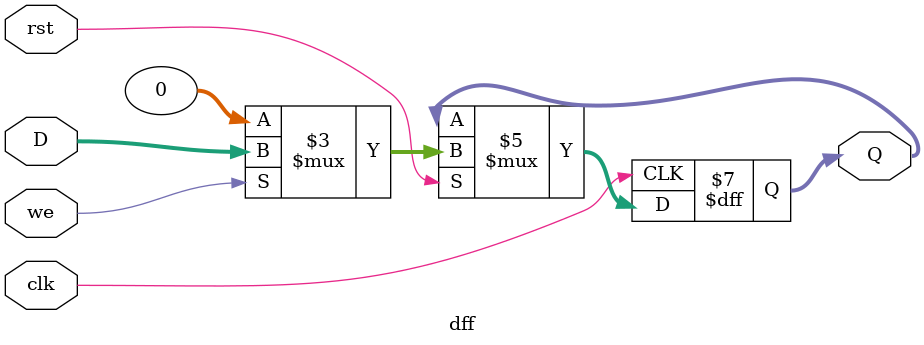
<source format=v>

module dff(clk, rst, we, D, Q);

  parameter n = 32;

  input clk, rst, we;
  input [n-1:0] D;
  output reg [n-1:0] Q;

  always @(posedge clk or negedge rst)
    if (rst)
      if (we)
        Q = D;  // Keep data
    else
      Q = {n{1'b0}};  // Reset data
    
endmodule
  
</source>
